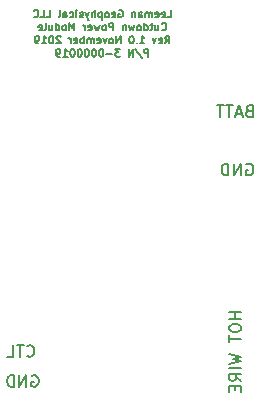
<source format=gbr>
G04 #@! TF.GenerationSoftware,KiCad,Pcbnew,(5.1.4)-1*
G04 #@! TF.CreationDate,2019-12-03T13:15:03-06:00*
G04 #@! TF.ProjectId,cutdown_power,63757464-6f77-46e5-9f70-6f7765722e6b,rev?*
G04 #@! TF.SameCoordinates,Original*
G04 #@! TF.FileFunction,Legend,Bot*
G04 #@! TF.FilePolarity,Positive*
%FSLAX46Y46*%
G04 Gerber Fmt 4.6, Leading zero omitted, Abs format (unit mm)*
G04 Created by KiCad (PCBNEW (5.1.4)-1) date 2019-12-03 13:15:03*
%MOMM*%
%LPD*%
G04 APERTURE LIST*
%ADD10C,0.150000*%
G04 APERTURE END LIST*
D10*
X181300380Y-115030666D02*
X180300380Y-115030666D01*
X180776571Y-115030666D02*
X180776571Y-115602095D01*
X181300380Y-115602095D02*
X180300380Y-115602095D01*
X180300380Y-116268761D02*
X180300380Y-116459238D01*
X180348000Y-116554476D01*
X180443238Y-116649714D01*
X180633714Y-116697333D01*
X180967047Y-116697333D01*
X181157523Y-116649714D01*
X181252761Y-116554476D01*
X181300380Y-116459238D01*
X181300380Y-116268761D01*
X181252761Y-116173523D01*
X181157523Y-116078285D01*
X180967047Y-116030666D01*
X180633714Y-116030666D01*
X180443238Y-116078285D01*
X180348000Y-116173523D01*
X180300380Y-116268761D01*
X180300380Y-116983047D02*
X180300380Y-117554476D01*
X181300380Y-117268761D02*
X180300380Y-117268761D01*
X180300380Y-118554476D02*
X181300380Y-118792571D01*
X180586095Y-118983047D01*
X181300380Y-119173523D01*
X180300380Y-119411619D01*
X181300380Y-119792571D02*
X180300380Y-119792571D01*
X181300380Y-120840190D02*
X180824190Y-120506857D01*
X181300380Y-120268761D02*
X180300380Y-120268761D01*
X180300380Y-120649714D01*
X180348000Y-120744952D01*
X180395619Y-120792571D01*
X180490857Y-120840190D01*
X180633714Y-120840190D01*
X180728952Y-120792571D01*
X180776571Y-120744952D01*
X180824190Y-120649714D01*
X180824190Y-120268761D01*
X180776571Y-121268761D02*
X180776571Y-121602095D01*
X181300380Y-121744952D02*
X181300380Y-121268761D01*
X180300380Y-121268761D01*
X180300380Y-121744952D01*
X181967047Y-97972571D02*
X181824190Y-98020190D01*
X181776571Y-98067809D01*
X181728952Y-98163047D01*
X181728952Y-98305904D01*
X181776571Y-98401142D01*
X181824190Y-98448761D01*
X181919428Y-98496380D01*
X182300380Y-98496380D01*
X182300380Y-97496380D01*
X181967047Y-97496380D01*
X181871809Y-97544000D01*
X181824190Y-97591619D01*
X181776571Y-97686857D01*
X181776571Y-97782095D01*
X181824190Y-97877333D01*
X181871809Y-97924952D01*
X181967047Y-97972571D01*
X182300380Y-97972571D01*
X181348000Y-98210666D02*
X180871809Y-98210666D01*
X181443238Y-98496380D02*
X181109904Y-97496380D01*
X180776571Y-98496380D01*
X180586095Y-97496380D02*
X180014666Y-97496380D01*
X180300380Y-98496380D02*
X180300380Y-97496380D01*
X179824190Y-97496380D02*
X179252761Y-97496380D01*
X179538476Y-98496380D02*
X179538476Y-97496380D01*
X181736904Y-102497000D02*
X181832142Y-102449380D01*
X181975000Y-102449380D01*
X182117857Y-102497000D01*
X182213095Y-102592238D01*
X182260714Y-102687476D01*
X182308333Y-102877952D01*
X182308333Y-103020809D01*
X182260714Y-103211285D01*
X182213095Y-103306523D01*
X182117857Y-103401761D01*
X181975000Y-103449380D01*
X181879761Y-103449380D01*
X181736904Y-103401761D01*
X181689285Y-103354142D01*
X181689285Y-103020809D01*
X181879761Y-103020809D01*
X181260714Y-103449380D02*
X181260714Y-102449380D01*
X180689285Y-103449380D01*
X180689285Y-102449380D01*
X180213095Y-103449380D02*
X180213095Y-102449380D01*
X179975000Y-102449380D01*
X179832142Y-102497000D01*
X179736904Y-102592238D01*
X179689285Y-102687476D01*
X179641666Y-102877952D01*
X179641666Y-103020809D01*
X179689285Y-103211285D01*
X179736904Y-103306523D01*
X179832142Y-103401761D01*
X179975000Y-103449380D01*
X180213095Y-103449380D01*
X175033214Y-90073511D02*
X175335595Y-90073511D01*
X175335595Y-89438511D01*
X174579642Y-90043273D02*
X174640119Y-90073511D01*
X174761071Y-90073511D01*
X174821547Y-90043273D01*
X174851785Y-89982797D01*
X174851785Y-89740892D01*
X174821547Y-89680416D01*
X174761071Y-89650178D01*
X174640119Y-89650178D01*
X174579642Y-89680416D01*
X174549404Y-89740892D01*
X174549404Y-89801369D01*
X174851785Y-89861845D01*
X174035357Y-90043273D02*
X174095833Y-90073511D01*
X174216785Y-90073511D01*
X174277261Y-90043273D01*
X174307500Y-89982797D01*
X174307500Y-89740892D01*
X174277261Y-89680416D01*
X174216785Y-89650178D01*
X174095833Y-89650178D01*
X174035357Y-89680416D01*
X174005119Y-89740892D01*
X174005119Y-89801369D01*
X174307500Y-89861845D01*
X173732976Y-90073511D02*
X173732976Y-89650178D01*
X173732976Y-89710654D02*
X173702738Y-89680416D01*
X173642261Y-89650178D01*
X173551547Y-89650178D01*
X173491071Y-89680416D01*
X173460833Y-89740892D01*
X173460833Y-90073511D01*
X173460833Y-89740892D02*
X173430595Y-89680416D01*
X173370119Y-89650178D01*
X173279404Y-89650178D01*
X173218928Y-89680416D01*
X173188690Y-89740892D01*
X173188690Y-90073511D01*
X172614166Y-90073511D02*
X172614166Y-89740892D01*
X172644404Y-89680416D01*
X172704880Y-89650178D01*
X172825833Y-89650178D01*
X172886309Y-89680416D01*
X172614166Y-90043273D02*
X172674642Y-90073511D01*
X172825833Y-90073511D01*
X172886309Y-90043273D01*
X172916547Y-89982797D01*
X172916547Y-89922321D01*
X172886309Y-89861845D01*
X172825833Y-89831607D01*
X172674642Y-89831607D01*
X172614166Y-89801369D01*
X172311785Y-89650178D02*
X172311785Y-90073511D01*
X172311785Y-89710654D02*
X172281547Y-89680416D01*
X172221071Y-89650178D01*
X172130357Y-89650178D01*
X172069880Y-89680416D01*
X172039642Y-89740892D01*
X172039642Y-90073511D01*
X170920833Y-89468750D02*
X170981309Y-89438511D01*
X171072023Y-89438511D01*
X171162738Y-89468750D01*
X171223214Y-89529226D01*
X171253452Y-89589702D01*
X171283690Y-89710654D01*
X171283690Y-89801369D01*
X171253452Y-89922321D01*
X171223214Y-89982797D01*
X171162738Y-90043273D01*
X171072023Y-90073511D01*
X171011547Y-90073511D01*
X170920833Y-90043273D01*
X170890595Y-90013035D01*
X170890595Y-89801369D01*
X171011547Y-89801369D01*
X170376547Y-90043273D02*
X170437023Y-90073511D01*
X170557976Y-90073511D01*
X170618452Y-90043273D01*
X170648690Y-89982797D01*
X170648690Y-89740892D01*
X170618452Y-89680416D01*
X170557976Y-89650178D01*
X170437023Y-89650178D01*
X170376547Y-89680416D01*
X170346309Y-89740892D01*
X170346309Y-89801369D01*
X170648690Y-89861845D01*
X169983452Y-90073511D02*
X170043928Y-90043273D01*
X170074166Y-90013035D01*
X170104404Y-89952559D01*
X170104404Y-89771130D01*
X170074166Y-89710654D01*
X170043928Y-89680416D01*
X169983452Y-89650178D01*
X169892738Y-89650178D01*
X169832261Y-89680416D01*
X169802023Y-89710654D01*
X169771785Y-89771130D01*
X169771785Y-89952559D01*
X169802023Y-90013035D01*
X169832261Y-90043273D01*
X169892738Y-90073511D01*
X169983452Y-90073511D01*
X169499642Y-89650178D02*
X169499642Y-90285178D01*
X169499642Y-89680416D02*
X169439166Y-89650178D01*
X169318214Y-89650178D01*
X169257738Y-89680416D01*
X169227500Y-89710654D01*
X169197261Y-89771130D01*
X169197261Y-89952559D01*
X169227500Y-90013035D01*
X169257738Y-90043273D01*
X169318214Y-90073511D01*
X169439166Y-90073511D01*
X169499642Y-90043273D01*
X168925119Y-90073511D02*
X168925119Y-89438511D01*
X168652976Y-90073511D02*
X168652976Y-89740892D01*
X168683214Y-89680416D01*
X168743690Y-89650178D01*
X168834404Y-89650178D01*
X168894880Y-89680416D01*
X168925119Y-89710654D01*
X168411071Y-89650178D02*
X168259880Y-90073511D01*
X168108690Y-89650178D02*
X168259880Y-90073511D01*
X168320357Y-90224702D01*
X168350595Y-90254940D01*
X168411071Y-90285178D01*
X167897023Y-90043273D02*
X167836547Y-90073511D01*
X167715595Y-90073511D01*
X167655119Y-90043273D01*
X167624880Y-89982797D01*
X167624880Y-89952559D01*
X167655119Y-89892083D01*
X167715595Y-89861845D01*
X167806309Y-89861845D01*
X167866785Y-89831607D01*
X167897023Y-89771130D01*
X167897023Y-89740892D01*
X167866785Y-89680416D01*
X167806309Y-89650178D01*
X167715595Y-89650178D01*
X167655119Y-89680416D01*
X167352738Y-90073511D02*
X167352738Y-89650178D01*
X167352738Y-89438511D02*
X167382976Y-89468750D01*
X167352738Y-89498988D01*
X167322500Y-89468750D01*
X167352738Y-89438511D01*
X167352738Y-89498988D01*
X166778214Y-90043273D02*
X166838690Y-90073511D01*
X166959642Y-90073511D01*
X167020119Y-90043273D01*
X167050357Y-90013035D01*
X167080595Y-89952559D01*
X167080595Y-89771130D01*
X167050357Y-89710654D01*
X167020119Y-89680416D01*
X166959642Y-89650178D01*
X166838690Y-89650178D01*
X166778214Y-89680416D01*
X166233928Y-90073511D02*
X166233928Y-89740892D01*
X166264166Y-89680416D01*
X166324642Y-89650178D01*
X166445595Y-89650178D01*
X166506071Y-89680416D01*
X166233928Y-90043273D02*
X166294404Y-90073511D01*
X166445595Y-90073511D01*
X166506071Y-90043273D01*
X166536309Y-89982797D01*
X166536309Y-89922321D01*
X166506071Y-89861845D01*
X166445595Y-89831607D01*
X166294404Y-89831607D01*
X166233928Y-89801369D01*
X165840833Y-90073511D02*
X165901309Y-90043273D01*
X165931547Y-89982797D01*
X165931547Y-89438511D01*
X164812738Y-90073511D02*
X165115119Y-90073511D01*
X165115119Y-89438511D01*
X164298690Y-90073511D02*
X164601071Y-90073511D01*
X164601071Y-89438511D01*
X163724166Y-90013035D02*
X163754404Y-90043273D01*
X163845119Y-90073511D01*
X163905595Y-90073511D01*
X163996309Y-90043273D01*
X164056785Y-89982797D01*
X164087023Y-89922321D01*
X164117261Y-89801369D01*
X164117261Y-89710654D01*
X164087023Y-89589702D01*
X164056785Y-89529226D01*
X163996309Y-89468750D01*
X163905595Y-89438511D01*
X163845119Y-89438511D01*
X163754404Y-89468750D01*
X163724166Y-89498988D01*
X174564523Y-91115535D02*
X174594761Y-91145773D01*
X174685476Y-91176011D01*
X174745952Y-91176011D01*
X174836666Y-91145773D01*
X174897142Y-91085297D01*
X174927380Y-91024821D01*
X174957619Y-90903869D01*
X174957619Y-90813154D01*
X174927380Y-90692202D01*
X174897142Y-90631726D01*
X174836666Y-90571250D01*
X174745952Y-90541011D01*
X174685476Y-90541011D01*
X174594761Y-90571250D01*
X174564523Y-90601488D01*
X174020238Y-90752678D02*
X174020238Y-91176011D01*
X174292380Y-90752678D02*
X174292380Y-91085297D01*
X174262142Y-91145773D01*
X174201666Y-91176011D01*
X174110952Y-91176011D01*
X174050476Y-91145773D01*
X174020238Y-91115535D01*
X173808571Y-90752678D02*
X173566666Y-90752678D01*
X173717857Y-90541011D02*
X173717857Y-91085297D01*
X173687619Y-91145773D01*
X173627142Y-91176011D01*
X173566666Y-91176011D01*
X173082857Y-91176011D02*
X173082857Y-90541011D01*
X173082857Y-91145773D02*
X173143333Y-91176011D01*
X173264285Y-91176011D01*
X173324761Y-91145773D01*
X173355000Y-91115535D01*
X173385238Y-91055059D01*
X173385238Y-90873630D01*
X173355000Y-90813154D01*
X173324761Y-90782916D01*
X173264285Y-90752678D01*
X173143333Y-90752678D01*
X173082857Y-90782916D01*
X172689761Y-91176011D02*
X172750238Y-91145773D01*
X172780476Y-91115535D01*
X172810714Y-91055059D01*
X172810714Y-90873630D01*
X172780476Y-90813154D01*
X172750238Y-90782916D01*
X172689761Y-90752678D01*
X172599047Y-90752678D01*
X172538571Y-90782916D01*
X172508333Y-90813154D01*
X172478095Y-90873630D01*
X172478095Y-91055059D01*
X172508333Y-91115535D01*
X172538571Y-91145773D01*
X172599047Y-91176011D01*
X172689761Y-91176011D01*
X172266428Y-90752678D02*
X172145476Y-91176011D01*
X172024523Y-90873630D01*
X171903571Y-91176011D01*
X171782619Y-90752678D01*
X171540714Y-90752678D02*
X171540714Y-91176011D01*
X171540714Y-90813154D02*
X171510476Y-90782916D01*
X171450000Y-90752678D01*
X171359285Y-90752678D01*
X171298809Y-90782916D01*
X171268571Y-90843392D01*
X171268571Y-91176011D01*
X170482380Y-91176011D02*
X170482380Y-90541011D01*
X170240476Y-90541011D01*
X170180000Y-90571250D01*
X170149761Y-90601488D01*
X170119523Y-90661964D01*
X170119523Y-90752678D01*
X170149761Y-90813154D01*
X170180000Y-90843392D01*
X170240476Y-90873630D01*
X170482380Y-90873630D01*
X169756666Y-91176011D02*
X169817142Y-91145773D01*
X169847380Y-91115535D01*
X169877619Y-91055059D01*
X169877619Y-90873630D01*
X169847380Y-90813154D01*
X169817142Y-90782916D01*
X169756666Y-90752678D01*
X169665952Y-90752678D01*
X169605476Y-90782916D01*
X169575238Y-90813154D01*
X169545000Y-90873630D01*
X169545000Y-91055059D01*
X169575238Y-91115535D01*
X169605476Y-91145773D01*
X169665952Y-91176011D01*
X169756666Y-91176011D01*
X169333333Y-90752678D02*
X169212380Y-91176011D01*
X169091428Y-90873630D01*
X168970476Y-91176011D01*
X168849523Y-90752678D01*
X168365714Y-91145773D02*
X168426190Y-91176011D01*
X168547142Y-91176011D01*
X168607619Y-91145773D01*
X168637857Y-91085297D01*
X168637857Y-90843392D01*
X168607619Y-90782916D01*
X168547142Y-90752678D01*
X168426190Y-90752678D01*
X168365714Y-90782916D01*
X168335476Y-90843392D01*
X168335476Y-90903869D01*
X168637857Y-90964345D01*
X168063333Y-91176011D02*
X168063333Y-90752678D01*
X168063333Y-90873630D02*
X168033095Y-90813154D01*
X168002857Y-90782916D01*
X167942380Y-90752678D01*
X167881904Y-90752678D01*
X167186428Y-91176011D02*
X167186428Y-90541011D01*
X166974761Y-90994583D01*
X166763095Y-90541011D01*
X166763095Y-91176011D01*
X166370000Y-91176011D02*
X166430476Y-91145773D01*
X166460714Y-91115535D01*
X166490952Y-91055059D01*
X166490952Y-90873630D01*
X166460714Y-90813154D01*
X166430476Y-90782916D01*
X166370000Y-90752678D01*
X166279285Y-90752678D01*
X166218809Y-90782916D01*
X166188571Y-90813154D01*
X166158333Y-90873630D01*
X166158333Y-91055059D01*
X166188571Y-91115535D01*
X166218809Y-91145773D01*
X166279285Y-91176011D01*
X166370000Y-91176011D01*
X165614047Y-91176011D02*
X165614047Y-90541011D01*
X165614047Y-91145773D02*
X165674523Y-91176011D01*
X165795476Y-91176011D01*
X165855952Y-91145773D01*
X165886190Y-91115535D01*
X165916428Y-91055059D01*
X165916428Y-90873630D01*
X165886190Y-90813154D01*
X165855952Y-90782916D01*
X165795476Y-90752678D01*
X165674523Y-90752678D01*
X165614047Y-90782916D01*
X165039523Y-90752678D02*
X165039523Y-91176011D01*
X165311666Y-90752678D02*
X165311666Y-91085297D01*
X165281428Y-91145773D01*
X165220952Y-91176011D01*
X165130238Y-91176011D01*
X165069761Y-91145773D01*
X165039523Y-91115535D01*
X164646428Y-91176011D02*
X164706904Y-91145773D01*
X164737142Y-91085297D01*
X164737142Y-90541011D01*
X164162619Y-91145773D02*
X164223095Y-91176011D01*
X164344047Y-91176011D01*
X164404523Y-91145773D01*
X164434761Y-91085297D01*
X164434761Y-90843392D01*
X164404523Y-90782916D01*
X164344047Y-90752678D01*
X164223095Y-90752678D01*
X164162619Y-90782916D01*
X164132380Y-90843392D01*
X164132380Y-90903869D01*
X164434761Y-90964345D01*
X174866904Y-92278511D02*
X175078571Y-91976130D01*
X175229761Y-92278511D02*
X175229761Y-91643511D01*
X174987857Y-91643511D01*
X174927380Y-91673750D01*
X174897142Y-91703988D01*
X174866904Y-91764464D01*
X174866904Y-91855178D01*
X174897142Y-91915654D01*
X174927380Y-91945892D01*
X174987857Y-91976130D01*
X175229761Y-91976130D01*
X174352857Y-92248273D02*
X174413333Y-92278511D01*
X174534285Y-92278511D01*
X174594761Y-92248273D01*
X174625000Y-92187797D01*
X174625000Y-91945892D01*
X174594761Y-91885416D01*
X174534285Y-91855178D01*
X174413333Y-91855178D01*
X174352857Y-91885416D01*
X174322619Y-91945892D01*
X174322619Y-92006369D01*
X174625000Y-92066845D01*
X174110952Y-91855178D02*
X173959761Y-92278511D01*
X173808571Y-91855178D01*
X172750238Y-92278511D02*
X173113095Y-92278511D01*
X172931666Y-92278511D02*
X172931666Y-91643511D01*
X172992142Y-91734226D01*
X173052619Y-91794702D01*
X173113095Y-91824940D01*
X172478095Y-92218035D02*
X172447857Y-92248273D01*
X172478095Y-92278511D01*
X172508333Y-92248273D01*
X172478095Y-92218035D01*
X172478095Y-92278511D01*
X172054761Y-91643511D02*
X171994285Y-91643511D01*
X171933809Y-91673750D01*
X171903571Y-91703988D01*
X171873333Y-91764464D01*
X171843095Y-91885416D01*
X171843095Y-92036607D01*
X171873333Y-92157559D01*
X171903571Y-92218035D01*
X171933809Y-92248273D01*
X171994285Y-92278511D01*
X172054761Y-92278511D01*
X172115238Y-92248273D01*
X172145476Y-92218035D01*
X172175714Y-92157559D01*
X172205952Y-92036607D01*
X172205952Y-91885416D01*
X172175714Y-91764464D01*
X172145476Y-91703988D01*
X172115238Y-91673750D01*
X172054761Y-91643511D01*
X171087142Y-92278511D02*
X171087142Y-91643511D01*
X170724285Y-92278511D01*
X170724285Y-91643511D01*
X170331190Y-92278511D02*
X170391666Y-92248273D01*
X170421904Y-92218035D01*
X170452142Y-92157559D01*
X170452142Y-91976130D01*
X170421904Y-91915654D01*
X170391666Y-91885416D01*
X170331190Y-91855178D01*
X170240476Y-91855178D01*
X170180000Y-91885416D01*
X170149761Y-91915654D01*
X170119523Y-91976130D01*
X170119523Y-92157559D01*
X170149761Y-92218035D01*
X170180000Y-92248273D01*
X170240476Y-92278511D01*
X170331190Y-92278511D01*
X169907857Y-91855178D02*
X169756666Y-92278511D01*
X169605476Y-91855178D01*
X169121666Y-92248273D02*
X169182142Y-92278511D01*
X169303095Y-92278511D01*
X169363571Y-92248273D01*
X169393809Y-92187797D01*
X169393809Y-91945892D01*
X169363571Y-91885416D01*
X169303095Y-91855178D01*
X169182142Y-91855178D01*
X169121666Y-91885416D01*
X169091428Y-91945892D01*
X169091428Y-92006369D01*
X169393809Y-92066845D01*
X168819285Y-92278511D02*
X168819285Y-91855178D01*
X168819285Y-91915654D02*
X168789047Y-91885416D01*
X168728571Y-91855178D01*
X168637857Y-91855178D01*
X168577380Y-91885416D01*
X168547142Y-91945892D01*
X168547142Y-92278511D01*
X168547142Y-91945892D02*
X168516904Y-91885416D01*
X168456428Y-91855178D01*
X168365714Y-91855178D01*
X168305238Y-91885416D01*
X168275000Y-91945892D01*
X168275000Y-92278511D01*
X167972619Y-92278511D02*
X167972619Y-91643511D01*
X167972619Y-91885416D02*
X167912142Y-91855178D01*
X167791190Y-91855178D01*
X167730714Y-91885416D01*
X167700476Y-91915654D01*
X167670238Y-91976130D01*
X167670238Y-92157559D01*
X167700476Y-92218035D01*
X167730714Y-92248273D01*
X167791190Y-92278511D01*
X167912142Y-92278511D01*
X167972619Y-92248273D01*
X167156190Y-92248273D02*
X167216666Y-92278511D01*
X167337619Y-92278511D01*
X167398095Y-92248273D01*
X167428333Y-92187797D01*
X167428333Y-91945892D01*
X167398095Y-91885416D01*
X167337619Y-91855178D01*
X167216666Y-91855178D01*
X167156190Y-91885416D01*
X167125952Y-91945892D01*
X167125952Y-92006369D01*
X167428333Y-92066845D01*
X166853809Y-92278511D02*
X166853809Y-91855178D01*
X166853809Y-91976130D02*
X166823571Y-91915654D01*
X166793333Y-91885416D01*
X166732857Y-91855178D01*
X166672380Y-91855178D01*
X166007142Y-91703988D02*
X165976904Y-91673750D01*
X165916428Y-91643511D01*
X165765238Y-91643511D01*
X165704761Y-91673750D01*
X165674523Y-91703988D01*
X165644285Y-91764464D01*
X165644285Y-91824940D01*
X165674523Y-91915654D01*
X166037380Y-92278511D01*
X165644285Y-92278511D01*
X165251190Y-91643511D02*
X165190714Y-91643511D01*
X165130238Y-91673750D01*
X165100000Y-91703988D01*
X165069761Y-91764464D01*
X165039523Y-91885416D01*
X165039523Y-92036607D01*
X165069761Y-92157559D01*
X165100000Y-92218035D01*
X165130238Y-92248273D01*
X165190714Y-92278511D01*
X165251190Y-92278511D01*
X165311666Y-92248273D01*
X165341904Y-92218035D01*
X165372142Y-92157559D01*
X165402380Y-92036607D01*
X165402380Y-91885416D01*
X165372142Y-91764464D01*
X165341904Y-91703988D01*
X165311666Y-91673750D01*
X165251190Y-91643511D01*
X164434761Y-92278511D02*
X164797619Y-92278511D01*
X164616190Y-92278511D02*
X164616190Y-91643511D01*
X164676666Y-91734226D01*
X164737142Y-91794702D01*
X164797619Y-91824940D01*
X164132380Y-92278511D02*
X164011428Y-92278511D01*
X163950952Y-92248273D01*
X163920714Y-92218035D01*
X163860238Y-92127321D01*
X163830000Y-92006369D01*
X163830000Y-91764464D01*
X163860238Y-91703988D01*
X163890476Y-91673750D01*
X163950952Y-91643511D01*
X164071904Y-91643511D01*
X164132380Y-91673750D01*
X164162619Y-91703988D01*
X164192857Y-91764464D01*
X164192857Y-91915654D01*
X164162619Y-91976130D01*
X164132380Y-92006369D01*
X164071904Y-92036607D01*
X163950952Y-92036607D01*
X163890476Y-92006369D01*
X163860238Y-91976130D01*
X163830000Y-91915654D01*
X173430595Y-93381011D02*
X173430595Y-92746011D01*
X173188690Y-92746011D01*
X173128214Y-92776250D01*
X173097976Y-92806488D01*
X173067738Y-92866964D01*
X173067738Y-92957678D01*
X173097976Y-93018154D01*
X173128214Y-93048392D01*
X173188690Y-93078630D01*
X173430595Y-93078630D01*
X172342023Y-92715773D02*
X172886309Y-93532202D01*
X172130357Y-93381011D02*
X172130357Y-92746011D01*
X171767500Y-93381011D01*
X171767500Y-92746011D01*
X171041785Y-92746011D02*
X170648690Y-92746011D01*
X170860357Y-92987916D01*
X170769642Y-92987916D01*
X170709166Y-93018154D01*
X170678928Y-93048392D01*
X170648690Y-93108869D01*
X170648690Y-93260059D01*
X170678928Y-93320535D01*
X170709166Y-93350773D01*
X170769642Y-93381011D01*
X170951071Y-93381011D01*
X171011547Y-93350773D01*
X171041785Y-93320535D01*
X170376547Y-93139107D02*
X169892738Y-93139107D01*
X169469404Y-92746011D02*
X169408928Y-92746011D01*
X169348452Y-92776250D01*
X169318214Y-92806488D01*
X169287976Y-92866964D01*
X169257738Y-92987916D01*
X169257738Y-93139107D01*
X169287976Y-93260059D01*
X169318214Y-93320535D01*
X169348452Y-93350773D01*
X169408928Y-93381011D01*
X169469404Y-93381011D01*
X169529880Y-93350773D01*
X169560119Y-93320535D01*
X169590357Y-93260059D01*
X169620595Y-93139107D01*
X169620595Y-92987916D01*
X169590357Y-92866964D01*
X169560119Y-92806488D01*
X169529880Y-92776250D01*
X169469404Y-92746011D01*
X168864642Y-92746011D02*
X168804166Y-92746011D01*
X168743690Y-92776250D01*
X168713452Y-92806488D01*
X168683214Y-92866964D01*
X168652976Y-92987916D01*
X168652976Y-93139107D01*
X168683214Y-93260059D01*
X168713452Y-93320535D01*
X168743690Y-93350773D01*
X168804166Y-93381011D01*
X168864642Y-93381011D01*
X168925119Y-93350773D01*
X168955357Y-93320535D01*
X168985595Y-93260059D01*
X169015833Y-93139107D01*
X169015833Y-92987916D01*
X168985595Y-92866964D01*
X168955357Y-92806488D01*
X168925119Y-92776250D01*
X168864642Y-92746011D01*
X168259880Y-92746011D02*
X168199404Y-92746011D01*
X168138928Y-92776250D01*
X168108690Y-92806488D01*
X168078452Y-92866964D01*
X168048214Y-92987916D01*
X168048214Y-93139107D01*
X168078452Y-93260059D01*
X168108690Y-93320535D01*
X168138928Y-93350773D01*
X168199404Y-93381011D01*
X168259880Y-93381011D01*
X168320357Y-93350773D01*
X168350595Y-93320535D01*
X168380833Y-93260059D01*
X168411071Y-93139107D01*
X168411071Y-92987916D01*
X168380833Y-92866964D01*
X168350595Y-92806488D01*
X168320357Y-92776250D01*
X168259880Y-92746011D01*
X167655119Y-92746011D02*
X167594642Y-92746011D01*
X167534166Y-92776250D01*
X167503928Y-92806488D01*
X167473690Y-92866964D01*
X167443452Y-92987916D01*
X167443452Y-93139107D01*
X167473690Y-93260059D01*
X167503928Y-93320535D01*
X167534166Y-93350773D01*
X167594642Y-93381011D01*
X167655119Y-93381011D01*
X167715595Y-93350773D01*
X167745833Y-93320535D01*
X167776071Y-93260059D01*
X167806309Y-93139107D01*
X167806309Y-92987916D01*
X167776071Y-92866964D01*
X167745833Y-92806488D01*
X167715595Y-92776250D01*
X167655119Y-92746011D01*
X167050357Y-92746011D02*
X166989880Y-92746011D01*
X166929404Y-92776250D01*
X166899166Y-92806488D01*
X166868928Y-92866964D01*
X166838690Y-92987916D01*
X166838690Y-93139107D01*
X166868928Y-93260059D01*
X166899166Y-93320535D01*
X166929404Y-93350773D01*
X166989880Y-93381011D01*
X167050357Y-93381011D01*
X167110833Y-93350773D01*
X167141071Y-93320535D01*
X167171309Y-93260059D01*
X167201547Y-93139107D01*
X167201547Y-92987916D01*
X167171309Y-92866964D01*
X167141071Y-92806488D01*
X167110833Y-92776250D01*
X167050357Y-92746011D01*
X166233928Y-93381011D02*
X166596785Y-93381011D01*
X166415357Y-93381011D02*
X166415357Y-92746011D01*
X166475833Y-92836726D01*
X166536309Y-92897202D01*
X166596785Y-92927440D01*
X165931547Y-93381011D02*
X165810595Y-93381011D01*
X165750119Y-93350773D01*
X165719880Y-93320535D01*
X165659404Y-93229821D01*
X165629166Y-93108869D01*
X165629166Y-92866964D01*
X165659404Y-92806488D01*
X165689642Y-92776250D01*
X165750119Y-92746011D01*
X165871071Y-92746011D01*
X165931547Y-92776250D01*
X165961785Y-92806488D01*
X165992023Y-92866964D01*
X165992023Y-93018154D01*
X165961785Y-93078630D01*
X165931547Y-93108869D01*
X165871071Y-93139107D01*
X165750119Y-93139107D01*
X165689642Y-93108869D01*
X165659404Y-93078630D01*
X165629166Y-93018154D01*
X163163190Y-118721142D02*
X163210809Y-118768761D01*
X163353666Y-118816380D01*
X163448904Y-118816380D01*
X163591761Y-118768761D01*
X163687000Y-118673523D01*
X163734619Y-118578285D01*
X163782238Y-118387809D01*
X163782238Y-118244952D01*
X163734619Y-118054476D01*
X163687000Y-117959238D01*
X163591761Y-117864000D01*
X163448904Y-117816380D01*
X163353666Y-117816380D01*
X163210809Y-117864000D01*
X163163190Y-117911619D01*
X162877476Y-117816380D02*
X162306047Y-117816380D01*
X162591761Y-118816380D02*
X162591761Y-117816380D01*
X161496523Y-118816380D02*
X161972714Y-118816380D01*
X161972714Y-117816380D01*
X163575904Y-120404000D02*
X163671142Y-120356380D01*
X163814000Y-120356380D01*
X163956857Y-120404000D01*
X164052095Y-120499238D01*
X164099714Y-120594476D01*
X164147333Y-120784952D01*
X164147333Y-120927809D01*
X164099714Y-121118285D01*
X164052095Y-121213523D01*
X163956857Y-121308761D01*
X163814000Y-121356380D01*
X163718761Y-121356380D01*
X163575904Y-121308761D01*
X163528285Y-121261142D01*
X163528285Y-120927809D01*
X163718761Y-120927809D01*
X163099714Y-121356380D02*
X163099714Y-120356380D01*
X162528285Y-121356380D01*
X162528285Y-120356380D01*
X162052095Y-121356380D02*
X162052095Y-120356380D01*
X161814000Y-120356380D01*
X161671142Y-120404000D01*
X161575904Y-120499238D01*
X161528285Y-120594476D01*
X161480666Y-120784952D01*
X161480666Y-120927809D01*
X161528285Y-121118285D01*
X161575904Y-121213523D01*
X161671142Y-121308761D01*
X161814000Y-121356380D01*
X162052095Y-121356380D01*
M02*

</source>
